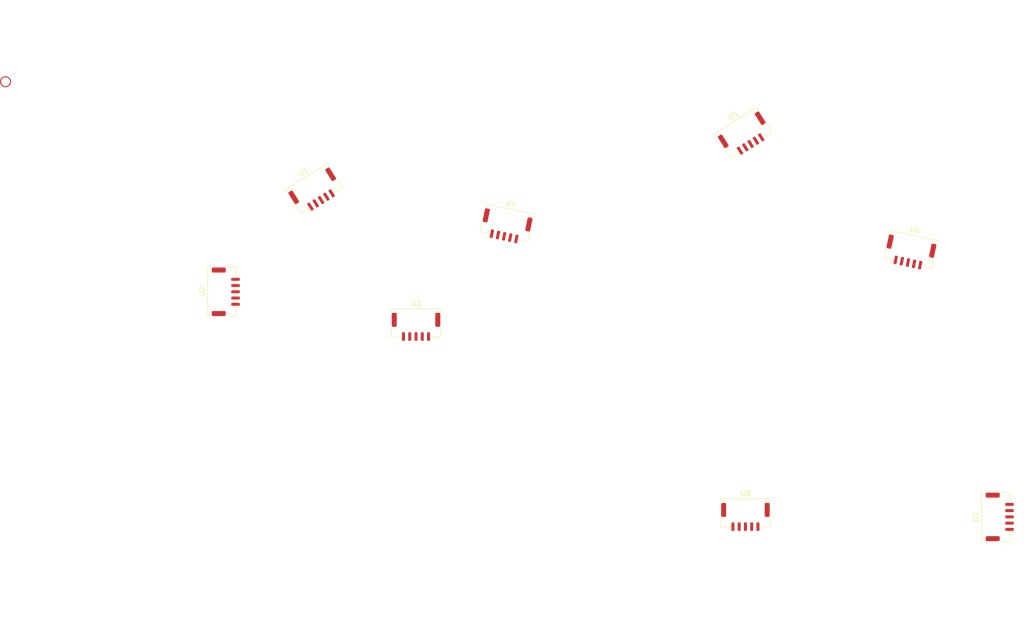
<source format=kicad_pcb>
(kicad_pcb (version 20221018) (generator pcbnew)
  (layers (0 "F.Cu" signal) (31 "B.Cu" signal) (34 "B.Paste" user) (35 "F.Paste" user) (36 "B.SilkS" user "B.Silkscreen") (37 "F.SilkS" user "F.Silkscreen") (38 "B.Mask" user) (39 "F.Mask" user) (44 "Edge.Cuts" user))
  (net 0 "")
  (footprint "Connector_Molex:Molex_CLIK-Mate_502382-0570_1x05-1MP_P1.25mm_Vertical" (layer "F.Cu") (at 177.8 50.8 32)
    (fp_text reference "U5" (at 0 -4.7 32) (layer "F.SilkS"))
    (fp_text value "Molex_CLIK-Mate_502382-0570_1x05-1MP_P1.25mm_Vertical")
    (fp_line (start -4.91 -3.61) (end 4.91 -3.61) (stroke (width 0.12)) (layer "F.SilkS"))
    (fp_line (start -4.91 -3.06) (end -4.91 -3.61) (stroke (width 0.12)) (layer "F.SilkS"))
    (fp_line (start -4.91 0.26) (end -4.91 2.06) (stroke (width 0.12)) (layer "F.SilkS"))
    (fp_line (start -4.91 2.06) (end -3.06 2.06) (stroke (width 0.12)) (layer "F.SilkS"))
    (fp_line (start -3.06 2.06) (end -3.06 2.8) (stroke (width 0.12)) (layer "F.SilkS"))
    (fp_line (start 4.91 -3.61) (end 4.91 -3.06) (stroke (width 0.12)) (layer "F.SilkS"))
    (fp_line (start 4.91 0.26) (end 4.91 2.06) (stroke (width 0.12)) (layer "F.SilkS"))
    (fp_line (start 4.91 2.06) (end 3.06 2.06) (stroke (width 0.12)) (layer "F.SilkS"))
    (pad "1" smd roundrect (at -2.5 1.95 32) (size 0.6 1.7) (layers "F.Cu" "F.Paste" "F.Mask"))
    (pad "2" smd roundrect (at -1.25 1.95 32) (size 0.6 1.7) (layers "F.Cu" "F.Paste" "F.Mask"))
    (pad "3" smd roundrect (at 0 1.95 32) (size 0.6 1.7) (layers "F.Cu" "F.Paste" "F.Mask"))
    (pad "4" smd roundrect (at 1.25 1.95 32) (size 0.6 1.7) (layers "F.Cu" "F.Paste" "F.Mask"))
    (pad "5" smd roundrect (at 2.5 1.95 32) (size 0.6 1.7) (layers "F.Cu" "F.Paste" "F.Mask"))
    (pad "MP" smd roundrect (at -4.35 -1.4 32) (size 1 2.8) (layers "F.Cu" "F.Paste" "F.Mask"))
    (pad "MP" smd roundrect (at 4.35 -1.4 32) (size 1 2.8) (layers "F.Cu" "F.Paste" "F.Mask"))
  )
  (footprint "Connector_Molex:Molex_CLIK-Mate_502382-0570_1x05-1MP_P1.25mm_Vertical" (layer "F.Cu") (at 74 82 90)
    (fp_text reference "U2" (at 0 -4.7 90) (layer "F.SilkS"))
    (fp_text value "Molex_CLIK-Mate_502382-0570_1x05-1MP_P1.25mm_Vertical")
    (fp_line (start -4.91 -3.61) (end 4.91 -3.61) (stroke (width 0.12)) (layer "F.SilkS"))
    (fp_line (start -4.91 -3.06) (end -4.91 -3.61) (stroke (width 0.12)) (layer "F.SilkS"))
    (fp_line (start -4.91 0.26) (end -4.91 2.06) (stroke (width 0.12)) (layer "F.SilkS"))
    (fp_line (start -4.91 2.06) (end -3.06 2.06) (stroke (width 0.12)) (layer "F.SilkS"))
    (fp_line (start -3.06 2.06) (end -3.06 2.8) (stroke (width 0.12)) (layer "F.SilkS"))
    (fp_line (start 4.91 -3.61) (end 4.91 -3.06) (stroke (width 0.12)) (layer "F.SilkS"))
    (fp_line (start 4.91 0.26) (end 4.91 2.06) (stroke (width 0.12)) (layer "F.SilkS"))
    (fp_line (start 4.91 2.06) (end 3.06 2.06) (stroke (width 0.12)) (layer "F.SilkS"))
    (pad "1" smd roundrect (at -2.5 1.95 90) (size 0.6 1.7) (layers "F.Cu" "F.Paste" "F.Mask"))
    (pad "2" smd roundrect (at -1.25 1.95 90) (size 0.6 1.7) (layers "F.Cu" "F.Paste" "F.Mask"))
    (pad "3" smd roundrect (at 0 1.95 90) (size 0.6 1.7) (layers "F.Cu" "F.Paste" "F.Mask"))
    (pad "4" smd roundrect (at 1.25 1.95 90) (size 0.6 1.7) (layers "F.Cu" "F.Paste" "F.Mask"))
    (pad "5" smd roundrect (at 2.5 1.95 90) (size 0.6 1.7) (layers "F.Cu" "F.Paste" "F.Mask"))
    (pad "MP" smd roundrect (at -4.35 -1.4 90) (size 1 2.8) (layers "F.Cu" "F.Paste" "F.Mask"))
    (pad "MP" smd roundrect (at 4.35 -1.4 90) (size 1 2.8) (layers "F.Cu" "F.Paste" "F.Mask"))
  )
  (footprint "Connector_Molex:Molex_CLIK-Mate_502382-0570_1x05-1MP_P1.25mm_Vertical" (layer "F.Cu") (at 228.6 127 90)
    (fp_text reference "U7" (at 0 -4.7 90) (layer "F.SilkS"))
    (fp_text value "Molex_CLIK-Mate_502382-0570_1x05-1MP_P1.25mm_Vertical")
    (fp_line (start -4.91 -3.61) (end 4.91 -3.61) (stroke (width 0.12)) (layer "F.SilkS"))
    (fp_line (start -4.91 -3.06) (end -4.91 -3.61) (stroke (width 0.12)) (layer "F.SilkS"))
    (fp_line (start -4.91 0.26) (end -4.91 2.06) (stroke (width 0.12)) (layer "F.SilkS"))
    (fp_line (start -4.91 2.06) (end -3.06 2.06) (stroke (width 0.12)) (layer "F.SilkS"))
    (fp_line (start -3.06 2.06) (end -3.06 2.8) (stroke (width 0.12)) (layer "F.SilkS"))
    (fp_line (start 4.91 -3.61) (end 4.91 -3.06) (stroke (width 0.12)) (layer "F.SilkS"))
    (fp_line (start 4.91 0.26) (end 4.91 2.06) (stroke (width 0.12)) (layer "F.SilkS"))
    (fp_line (start 4.91 2.06) (end 3.06 2.06) (stroke (width 0.12)) (layer "F.SilkS"))
    (pad "1" smd roundrect (at -2.5 1.95 90) (size 0.6 1.7) (layers "F.Cu" "F.Paste" "F.Mask"))
    (pad "2" smd roundrect (at -1.25 1.95 90) (size 0.6 1.7) (layers "F.Cu" "F.Paste" "F.Mask"))
    (pad "3" smd roundrect (at 0 1.95 90) (size 0.6 1.7) (layers "F.Cu" "F.Paste" "F.Mask"))
    (pad "4" smd roundrect (at 1.25 1.95 90) (size 0.6 1.7) (layers "F.Cu" "F.Paste" "F.Mask"))
    (pad "5" smd roundrect (at 2.5 1.95 90) (size 0.6 1.7) (layers "F.Cu" "F.Paste" "F.Mask"))
    (pad "MP" smd roundrect (at -4.35 -1.4 90) (size 1 2.8) (layers "F.Cu" "F.Paste" "F.Mask"))
    (pad "MP" smd roundrect (at 4.35 -1.4 90) (size 1 2.8) (layers "F.Cu" "F.Paste" "F.Mask"))
  )
  (footprint "Connector_Molex:Molex_CLIK-Mate_502382-0570_1x05-1MP_P1.25mm_Vertical" (layer "F.Cu") (at 177.8 127)
    (fp_text reference "U8" (at 0 -4.7) (layer "F.SilkS"))
    (fp_text value "Molex_CLIK-Mate_502382-0570_1x05-1MP_P1.25mm_Vertical")
    (fp_line (start -4.91 -3.61) (end 4.91 -3.61) (stroke (width 0.12)) (layer "F.SilkS"))
    (fp_line (start -4.91 -3.06) (end -4.91 -3.61) (stroke (width 0.12)) (layer "F.SilkS"))
    (fp_line (start -4.91 0.26) (end -4.91 2.06) (stroke (width 0.12)) (layer "F.SilkS"))
    (fp_line (start -4.91 2.06) (end -3.06 2.06) (stroke (width 0.12)) (layer "F.SilkS"))
    (fp_line (start -3.06 2.06) (end -3.06 2.8) (stroke (width 0.12)) (layer "F.SilkS"))
    (fp_line (start 4.91 -3.61) (end 4.91 -3.06) (stroke (width 0.12)) (layer "F.SilkS"))
    (fp_line (start 4.91 0.26) (end 4.91 2.06) (stroke (width 0.12)) (layer "F.SilkS"))
    (fp_line (start 4.91 2.06) (end 3.06 2.06) (stroke (width 0.12)) (layer "F.SilkS"))
    (pad "1" smd roundrect (at -2.5 1.95) (size 0.6 1.7) (layers "F.Cu" "F.Paste" "F.Mask"))
    (pad "2" smd roundrect (at -1.25 1.95) (size 0.6 1.7) (layers "F.Cu" "F.Paste" "F.Mask"))
    (pad "3" smd roundrect (at 0 1.95) (size 0.6 1.7) (layers "F.Cu" "F.Paste" "F.Mask"))
    (pad "4" smd roundrect (at 1.25 1.95) (size 0.6 1.7) (layers "F.Cu" "F.Paste" "F.Mask"))
    (pad "5" smd roundrect (at 2.5 1.95) (size 0.6 1.7) (layers "F.Cu" "F.Paste" "F.Mask"))
    (pad "MP" smd roundrect (at -4.35 -1.4) (size 1 2.8) (layers "F.Cu" "F.Paste" "F.Mask"))
    (pad "MP" smd roundrect (at 4.35 -1.4) (size 1 2.8) (layers "F.Cu" "F.Paste" "F.Mask"))
  )
  (footprint "Connector_Molex:Molex_CLIK-Mate_502382-0570_1x05-1MP_P1.25mm_Vertical" (layer "F.Cu") (at 112 89)
    (fp_text reference "U3" (at 0 -4.7) (layer "F.SilkS"))
    (fp_text value "Molex_CLIK-Mate_502382-0570_1x05-1MP_P1.25mm_Vertical")
    (fp_line (start -4.91 -3.61) (end 4.91 -3.61) (stroke (width 0.12)) (layer "F.SilkS"))
    (fp_line (start -4.91 -3.06) (end -4.91 -3.61) (stroke (width 0.12)) (layer "F.SilkS"))
    (fp_line (start -4.91 0.26) (end -4.91 2.06) (stroke (width 0.12)) (layer "F.SilkS"))
    (fp_line (start -4.91 2.06) (end -3.06 2.06) (stroke (width 0.12)) (layer "F.SilkS"))
    (fp_line (start -3.06 2.06) (end -3.06 2.8) (stroke (width 0.12)) (layer "F.SilkS"))
    (fp_line (start 4.91 -3.61) (end 4.91 -3.06) (stroke (width 0.12)) (layer "F.SilkS"))
    (fp_line (start 4.91 0.26) (end 4.91 2.06) (stroke (width 0.12)) (layer "F.SilkS"))
    (fp_line (start 4.91 2.06) (end 3.06 2.06) (stroke (width 0.12)) (layer "F.SilkS"))
    (pad "1" smd roundrect (at -2.5 1.95) (size 0.6 1.7) (layers "F.Cu" "F.Paste" "F.Mask"))
    (pad "2" smd roundrect (at -1.25 1.95) (size 0.6 1.7) (layers "F.Cu" "F.Paste" "F.Mask"))
    (pad "3" smd roundrect (at 0 1.95) (size 0.6 1.7) (layers "F.Cu" "F.Paste" "F.Mask"))
    (pad "4" smd roundrect (at 1.25 1.95) (size 0.6 1.7) (layers "F.Cu" "F.Paste" "F.Mask"))
    (pad "5" smd roundrect (at 2.5 1.95) (size 0.6 1.7) (layers "F.Cu" "F.Paste" "F.Mask"))
    (pad "MP" smd roundrect (at -4.35 -1.4) (size 1 2.8) (layers "F.Cu" "F.Paste" "F.Mask"))
    (pad "MP" smd roundrect (at 4.35 -1.4) (size 1 2.8) (layers "F.Cu" "F.Paste" "F.Mask"))
  )
  (footprint "Connector_Molex:Molex_CLIK-Mate_502382-0570_1x05-1MP_P1.25mm_Vertical" (layer "F.Cu") (at 210.6676 74.2442 -12)
    (fp_text reference "U6" (at 0 -4.7 168) (layer "F.SilkS"))
    (fp_text value "Molex_CLIK-Mate_502382-0570_1x05-1MP_P1.25mm_Vertical")
    (fp_line (start -4.91 -3.61) (end 4.91 -3.61) (stroke (width 0.12)) (layer "F.SilkS"))
    (fp_line (start -4.91 -3.06) (end -4.91 -3.61) (stroke (width 0.12)) (layer "F.SilkS"))
    (fp_line (start -4.91 0.26) (end -4.91 2.06) (stroke (width 0.12)) (layer "F.SilkS"))
    (fp_line (start -4.91 2.06) (end -3.06 2.06) (stroke (width 0.12)) (layer "F.SilkS"))
    (fp_line (start -3.06 2.06) (end -3.06 2.8) (stroke (width 0.12)) (layer "F.SilkS"))
    (fp_line (start 4.91 -3.61) (end 4.91 -3.06) (stroke (width 0.12)) (layer "F.SilkS"))
    (fp_line (start 4.91 0.26) (end 4.91 2.06) (stroke (width 0.12)) (layer "F.SilkS"))
    (fp_line (start 4.91 2.06) (end 3.06 2.06) (stroke (width 0.12)) (layer "F.SilkS"))
    (pad "1" smd roundrect (at -2.5 1.95 348) (size 0.6 1.7) (layers "F.Cu" "F.Paste" "F.Mask"))
    (pad "2" smd roundrect (at -1.25 1.95 348) (size 0.6 1.7) (layers "F.Cu" "F.Paste" "F.Mask"))
    (pad "3" smd roundrect (at 0 1.95 348) (size 0.6 1.7) (layers "F.Cu" "F.Paste" "F.Mask"))
    (pad "4" smd roundrect (at 1.25 1.95 348) (size 0.6 1.7) (layers "F.Cu" "F.Paste" "F.Mask"))
    (pad "5" smd roundrect (at 2.5 1.95 348) (size 0.6 1.7) (layers "F.Cu" "F.Paste" "F.Mask"))
    (pad "MP" smd roundrect (at -4.35 -1.4 348) (size 1 2.8) (layers "F.Cu" "F.Paste" "F.Mask"))
    (pad "MP" smd roundrect (at 4.35 -1.4 348) (size 1 2.8) (layers "F.Cu" "F.Paste" "F.Mask"))
  )
  (footprint "Connector_Molex:Molex_CLIK-Mate_502382-0570_1x05-1MP_P1.25mm_Vertical" (layer "F.Cu") (at 130 69 -12)
    (fp_text reference "U4" (at 0 -4.7 168) (layer "F.SilkS"))
    (fp_text value "Molex_CLIK-Mate_502382-0570_1x05-1MP_P1.25mm_Vertical")
    (fp_line (start -4.91 -3.61) (end 4.91 -3.61) (stroke (width 0.12)) (layer "F.SilkS"))
    (fp_line (start -4.91 -3.06) (end -4.91 -3.61) (stroke (width 0.12)) (layer "F.SilkS"))
    (fp_line (start -4.91 0.26) (end -4.91 2.06) (stroke (width 0.12)) (layer "F.SilkS"))
    (fp_line (start -4.91 2.06) (end -3.06 2.06) (stroke (width 0.12)) (layer "F.SilkS"))
    (fp_line (start -3.06 2.06) (end -3.06 2.8) (stroke (width 0.12)) (layer "F.SilkS"))
    (fp_line (start 4.91 -3.61) (end 4.91 -3.06) (stroke (width 0.12)) (layer "F.SilkS"))
    (fp_line (start 4.91 0.26) (end 4.91 2.06) (stroke (width 0.12)) (layer "F.SilkS"))
    (fp_line (start 4.91 2.06) (end 3.06 2.06) (stroke (width 0.12)) (layer "F.SilkS"))
    (pad "1" smd roundrect (at -2.5 1.95 348) (size 0.6 1.7) (layers "F.Cu" "F.Paste" "F.Mask"))
    (pad "2" smd roundrect (at -1.25 1.95 348) (size 0.6 1.7) (layers "F.Cu" "F.Paste" "F.Mask"))
    (pad "3" smd roundrect (at 0 1.95 348) (size 0.6 1.7) (layers "F.Cu" "F.Paste" "F.Mask"))
    (pad "4" smd roundrect (at 1.25 1.95 348) (size 0.6 1.7) (layers "F.Cu" "F.Paste" "F.Mask"))
    (pad "5" smd roundrect (at 2.5 1.95 348) (size 0.6 1.7) (layers "F.Cu" "F.Paste" "F.Mask"))
    (pad "MP" smd roundrect (at -4.35 -1.4 348) (size 1 2.8) (layers "F.Cu" "F.Paste" "F.Mask"))
    (pad "MP" smd roundrect (at 4.35 -1.4 348) (size 1 2.8) (layers "F.Cu" "F.Paste" "F.Mask"))
  )
  (footprint "Connector_Molex:Molex_CLIK-Mate_502382-0570_1x05-1MP_P1.25mm_Vertical" (layer "F.Cu") (at 92 62 32)
    (fp_text reference "U1" (at 0 -4.7 32) (layer "F.SilkS"))
    (fp_text value "Molex_CLIK-Mate_502382-0570_1x05-1MP_P1.25mm_Vertical")
    (fp_line (start -4.91 -3.61) (end 4.91 -3.61) (stroke (width 0.12)) (layer "F.SilkS"))
    (fp_line (start -4.91 -3.06) (end -4.91 -3.61) (stroke (width 0.12)) (layer "F.SilkS"))
    (fp_line (start -4.91 0.26) (end -4.91 2.06) (stroke (width 0.12)) (layer "F.SilkS"))
    (fp_line (start -4.91 2.06) (end -3.06 2.06) (stroke (width 0.12)) (layer "F.SilkS"))
    (fp_line (start -3.06 2.06) (end -3.06 2.8) (stroke (width 0.12)) (layer "F.SilkS"))
    (fp_line (start 4.91 -3.61) (end 4.91 -3.06) (stroke (width 0.12)) (layer "F.SilkS"))
    (fp_line (start 4.91 0.26) (end 4.91 2.06) (stroke (width 0.12)) (layer "F.SilkS"))
    (fp_line (start 4.91 2.06) (end 3.06 2.06) (stroke (width 0.12)) (layer "F.SilkS"))
    (pad "1" smd roundrect (at -2.5 1.95 32) (size 0.6 1.7) (layers "F.Cu" "F.Paste" "F.Mask"))
    (pad "2" smd roundrect (at -1.25 1.95 32) (size 0.6 1.7) (layers "F.Cu" "F.Paste" "F.Mask"))
    (pad "3" smd roundrect (at 0 1.95 32) (size 0.6 1.7) (layers "F.Cu" "F.Paste" "F.Mask"))
    (pad "4" smd roundrect (at 1.25 1.95 32) (size 0.6 1.7) (layers "F.Cu" "F.Paste" "F.Mask"))
    (pad "5" smd roundrect (at 2.5 1.95 32) (size 0.6 1.7) (layers "F.Cu" "F.Paste" "F.Mask"))
    (pad "MP" smd roundrect (at -4.35 -1.4 32) (size 1 2.8) (layers "F.Cu" "F.Paste" "F.Mask"))
    (pad "MP" smd roundrect (at 4.35 -1.4 32) (size 1 2.8) (layers "F.Cu" "F.Paste" "F.Mask"))
  )
  (gr_circle (center 30 40) (end 31 40) (stroke (width 0.2)) (fill none) (layer "F.Cu"))
)
</source>
